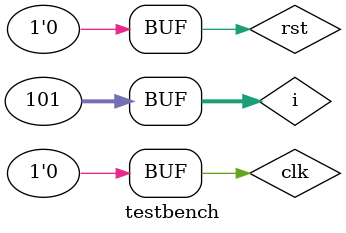
<source format=v>
module testbench();

	reg rst, clk;

	pipeline processor(clk, rst);

	integer i;
	
	initial begin
		clk = 1'b0;
		rst = 1'b0; #10;  rst = 1'b1;   #20;   rst = 1'b0;
	end
	
	initial begin
		for (i=0;i<=100;i=i+1) begin
			#10; clk = ~clk;
		end
	end
endmodule
</source>
